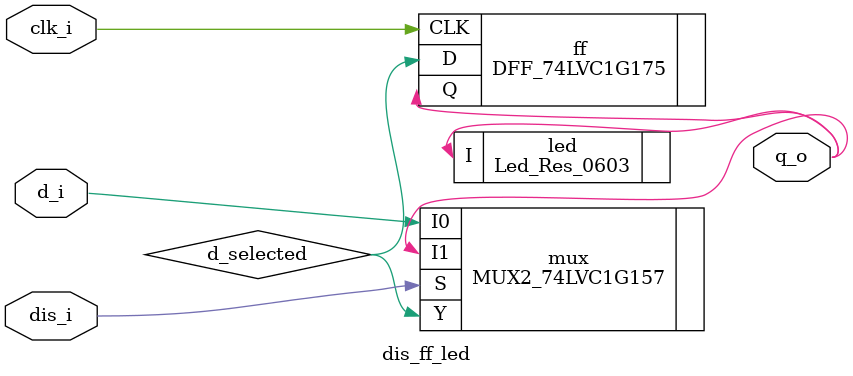
<source format=v>

module dis_ff_led (
  input  dis_i,
  input  clk_i,
  input  d_i,
  output q_o
);
  wire d_selected;

  MUX2_74LVC1G157 mux (
    .I0 ( d_i        ),
    .I1 ( q_o        ),
    .S  ( dis_i      ),
    .Y  ( d_selected )
  );

  DFF_74LVC1G175 ff (
    .CLK ( clk_i      ),
    .D   ( d_selected ),
    .Q   ( q_o        )
  );

  Led_Res_0603 led (
    .I   ( q_o )
  );
endmodule

</source>
